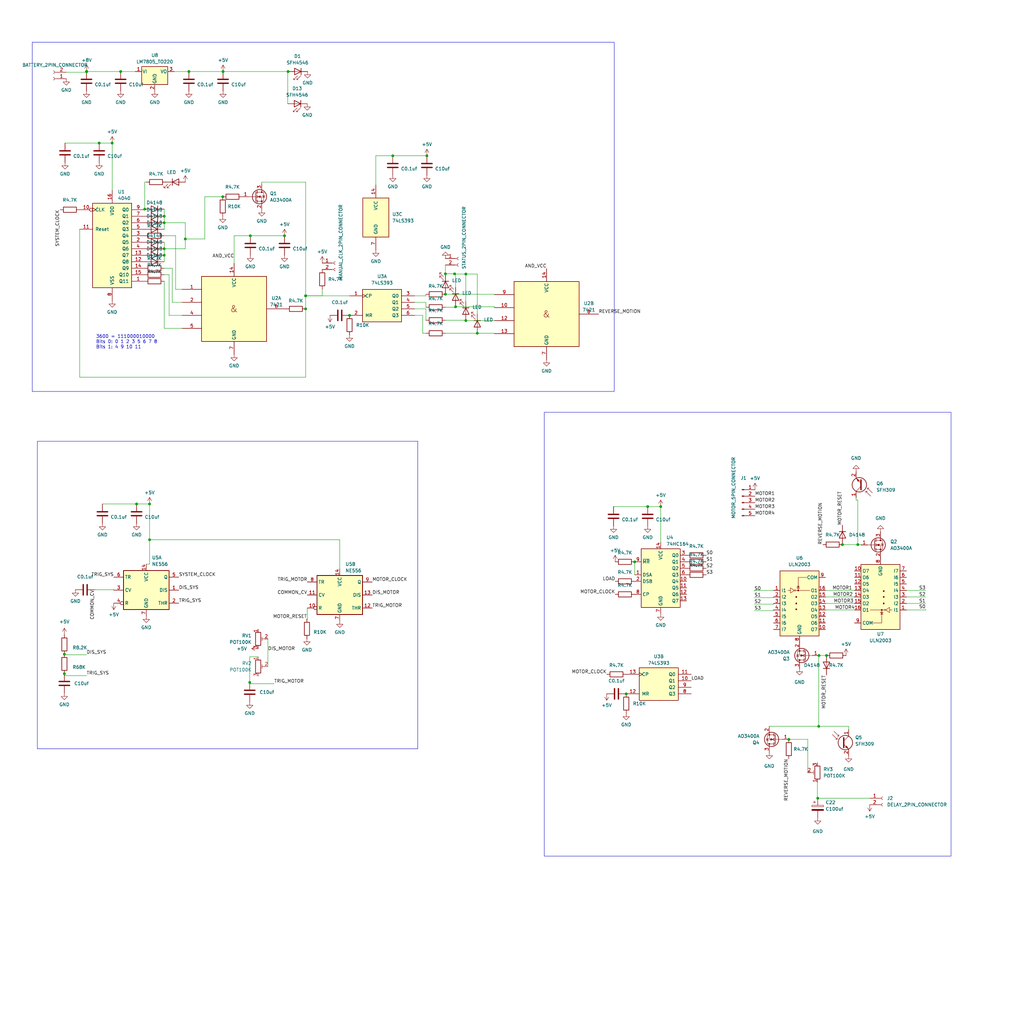
<source format=kicad_sch>
(kicad_sch (version 20230121) (generator eeschema)
  (paper "User" 399.999 399.999)
  (junction (at 173.99 114.935))
  (junction (at 335.0672 212.725))
  (junction (at 173.99 106.9606))
  (junction (at 97.79 92.075))
  (junction (at 322.834 256.032))
  (junction (at 97.5392 266.573))
  (junction (at 64.135 97.155))
  (junction (at 181.9536 107.0408))
  (junction (at 33.8702 27.94))
  (junction (at 38.735 55.88))
  (junction (at 112.522 27.94))
  (junction (at 73.787 27.94))
  (junction (at 87.122 27.94))
  (junction (at 33.782 27.94))
  (junction (at 64.135 86.995))
  (junction (at 252.984 197.866))
  (junction (at 25.146 255.524))
  (junction (at 25.146 263.144))
  (junction (at 43.815 55.88))
  (junction (at 119.38 120.65))
  (junction (at 308.112 288.8032))
  (junction (at 53.34 196.85))
  (junction (at 329.057 212.725))
  (junction (at 319.7879 283.718))
  (junction (at 47.117 27.94))
  (junction (at 153.416 60.833))
  (junction (at 64.135 84.455))
  (junction (at 319.913 256.032))
  (junction (at 166.751 60.833))
  (junction (at 58.42 196.85))
  (junction (at 119.38 115.57))
  (junction (at 244.602 271.018))
  (junction (at 56.515 81.6808))
  (junction (at 247.904 219.456))
  (junction (at 58.42 210.82))
  (junction (at 181.9536 125.222))
  (junction (at 319.4039 311.785))
  (junction (at 258.064 197.866))
  (junction (at 186.4326 130.175))
  (junction (at 119.38 115.5214))
  (junction (at 177.5526 106.9606))
  (junction (at 86.995 76.835))
  (junction (at 72.39 93.345))
  (junction (at 111.125 92.075))
  (junction (at 177.9458 119.8471))
  (junction (at 64.135 99.695))
  (junction (at 136.525 123.19))
  (wire (pts (xy 33.8702 27.94) (xy 47.117 27.94)))
  (wire (pts (xy 361.569 233.172) (xy 354.076 233.172)))
  (wire (pts (xy 125.857 115.5214) (xy 119.38 115.5214)))
  (wire (pts (xy 132.715 210.82) (xy 58.42 210.82)))
  (wire (pts (xy 73.787 27.94) (xy 87.122 27.94)))
  (wire (pts (xy 102.235 71.12) (xy 102.235 71.755)))
  (wire (pts (xy 193.167 130.175) (xy 193.167 130.302)))
  (wire (pts (xy 315.5457 288.8032) (xy 315.5457 301.752)))
  (wire (pts (xy 173.99 130.175) (xy 186.4326 130.175)))
  (wire (pts (xy 294.64 235.966) (xy 302.133 235.966)))
  (wire (pts (xy 31.115 147.32) (xy 31.115 89.535)))
  (wire (pts (xy 40.005 196.85) (xy 53.34 196.85)))
  (wire (pts (xy 58.42 220.345) (xy 57.15 220.345)))
  (wire (pts (xy 67.31 104.775) (xy 67.31 118.11)))
  (wire (pts (xy 361.569 230.632) (xy 354.076 230.632)))
  (wire (pts (xy 37.084 230.378) (xy 44.45 230.378)))
  (wire (pts (xy 166.37 115.57) (xy 166.37 114.935)))
  (wire (pts (xy 25.908 28.194) (xy 33.782 28.194)))
  (wire (pts (xy 335.0672 212.725) (xy 336.296 212.725)))
  (wire (pts (xy 43.815 55.88) (xy 43.815 74.295)))
  (wire (pts (xy 58.42 210.82) (xy 58.42 220.345)))
  (wire (pts (xy 64.135 107.315) (xy 66.04 107.315)))
  (wire (pts (xy 322.453 235.712) (xy 333.756 235.712)))
  (wire (pts (xy 247.904 224.536) (xy 247.904 219.456)))
  (wire (pts (xy 181.9536 117.7114) (xy 181.9536 107.0408)))
  (wire (pts (xy 322.453 238.252) (xy 333.756 238.252)))
  (wire (pts (xy 64.135 86.995) (xy 72.39 86.995)))
  (wire (pts (xy 181.9536 107.0408) (xy 186.4326 107.0408)))
  (wire (pts (xy 119.38 115.57) (xy 119.38 120.65)))
  (wire (pts (xy 132.715 222.25) (xy 132.715 210.82)))
  (wire (pts (xy 58.42 196.85) (xy 58.42 210.82)))
  (wire (pts (xy 68.58 92.075) (xy 68.58 113.03)))
  (wire (pts (xy 161.925 123.19) (xy 165.1 123.19)))
  (wire (pts (xy 44.45 230.378) (xy 44.45 230.505)))
  (wire (pts (xy 72.39 86.995) (xy 72.39 93.345)))
  (wire (pts (xy 166.37 120.65) (xy 166.37 125.095)))
  (wire (pts (xy 181.9536 125.095) (xy 181.9536 125.222)))
  (wire (pts (xy 119.38 71.12) (xy 119.38 115.5214)))
  (wire (pts (xy 119.38 120.65) (xy 119.38 147.32)))
  (wire (pts (xy 146.812 60.833) (xy 146.812 72.263)))
  (wire (pts (xy 33.782 255.778) (xy 25.146 255.778)))
  (wire (pts (xy 308.112 288.8032) (xy 315.5457 288.8032)))
  (wire (pts (xy 322.453 230.632) (xy 333.756 230.632)))
  (wire (pts (xy 66.04 107.315) (xy 66.04 123.19)))
  (wire (pts (xy 25.146 255.778) (xy 25.146 255.524)))
  (wire (pts (xy 56.515 81.6808) (xy 56.515 81.915)))
  (wire (pts (xy 33.782 27.94) (xy 33.8702 27.94)))
  (wire (pts (xy 165.1 123.19) (xy 165.1 130.175)))
  (wire (pts (xy 173.99 106.9606) (xy 177.5526 106.9606)))
  (wire (pts (xy 165.1 130.175) (xy 166.37 130.175)))
  (wire (pts (xy 68.58 113.03) (xy 71.12 113.03)))
  (wire (pts (xy 136.525 115.57) (xy 119.38 115.57)))
  (wire (pts (xy 181.9536 125.222) (xy 181.9536 125.3314)))
  (wire (pts (xy 125.857 112.903) (xy 125.857 115.5214)))
  (wire (pts (xy 112.522 27.559) (xy 112.522 27.94)))
  (wire (pts (xy 193.167 114.935) (xy 193.167 115.062)))
  (wire (pts (xy 294.64 233.426) (xy 302.133 233.426)))
  (wire (pts (xy 80.01 76.835) (xy 86.995 76.835)))
  (wire (pts (xy 319.913 256.032) (xy 322.834 256.032)))
  (wire (pts (xy 302.133 230.632) (xy 294.64 230.632)))
  (wire (pts (xy 173.99 106.9606) (xy 173.99 107.315)))
  (wire (pts (xy 319.278 305.562) (xy 319.278 311.785)))
  (wire (pts (xy 181.9536 107.0408) (xy 177.5526 107.0408)))
  (wire (pts (xy 336.296 212.725) (xy 336.296 212.852)))
  (wire (pts (xy 64.135 97.155) (xy 64.135 99.695)))
  (wire (pts (xy 104.648 249.555) (xy 104.648 260.35)))
  (wire (pts (xy 72.39 97.155) (xy 64.135 97.155)))
  (wire (pts (xy 300.482 283.718) (xy 319.7879 283.718)))
  (wire (pts (xy 97.79 92.075) (xy 111.125 92.075)))
  (wire (pts (xy 186.4326 130.175) (xy 193.167 130.175)))
  (wire (pts (xy 72.39 93.345) (xy 80.01 93.345)))
  (wire (pts (xy 120.015 237.49) (xy 120.015 241.808)))
  (wire (pts (xy 186.4326 130.175) (xy 186.4326 130.3015)))
  (wire (pts (xy 33.782 263.906) (xy 25.146 263.906)))
  (wire (pts (xy 25.4 55.88) (xy 38.735 55.88)))
  (wire (pts (xy 119.38 115.5214) (xy 119.38 115.57)))
  (wire (pts (xy 319.7879 256.032) (xy 319.7879 283.718)))
  (wire (pts (xy 64.135 104.775) (xy 67.31 104.775)))
  (wire (pts (xy 334.391 195.3293) (xy 334.391 194.437)))
  (wire (pts (xy 112.395 27.559) (xy 112.395 40.513)))
  (wire (pts (xy 97.79 92.075) (xy 91.44 92.075)))
  (wire (pts (xy 177.5526 107.0408) (xy 177.5526 106.9606)))
  (wire (pts (xy 302.133 233.426) (xy 302.133 233.172)))
  (wire (pts (xy 56.515 71.12) (xy 56.515 81.6808)))
  (wire (pts (xy 91.44 92.075) (xy 91.44 102.87)))
  (wire (pts (xy 339.725 311.785) (xy 319.4039 311.785)))
  (wire (pts (xy 302.133 238.506) (xy 302.133 238.252)))
  (wire (pts (xy 47.117 27.94) (xy 52.832 27.94)))
  (wire (pts (xy 64.135 92.075) (xy 68.58 92.075)))
  (wire (pts (xy 161.925 115.57) (xy 166.37 115.57)))
  (wire (pts (xy 102.235 71.12) (xy 119.38 71.12)))
  (wire (pts (xy 64.135 94.615) (xy 64.135 97.155)))
  (wire (pts (xy 173.99 125.095) (xy 181.9536 125.095)))
  (wire (pts (xy 319.913 256.032) (xy 319.7879 256.032)))
  (wire (pts (xy 87.122 27.94) (xy 112.522 27.94)))
  (wire (pts (xy 252.984 197.866) (xy 258.064 197.866)))
  (wire (pts (xy 177.9458 120.015) (xy 177.9458 119.8471)))
  (wire (pts (xy 258.064 197.866) (xy 258.064 211.836)))
  (wire (pts (xy 25.146 263.906) (xy 25.146 263.144)))
  (wire (pts (xy 161.925 118.11) (xy 166.37 118.11)))
  (wire (pts (xy 331.47 283.718) (xy 331.47 284.988)))
  (wire (pts (xy 322.453 233.172) (xy 333.756 233.172)))
  (wire (pts (xy 57.15 71.12) (xy 56.515 71.12)))
  (wire (pts (xy 173.99 114.935) (xy 193.167 114.935)))
  (wire (pts (xy 319.7879 283.718) (xy 331.47 283.718)))
  (wire (pts (xy 64.135 99.695) (xy 64.135 102.235)))
  (wire (pts (xy 153.416 60.833) (xy 166.751 60.833)))
  (wire (pts (xy 97.5392 267.081) (xy 97.5392 266.573)))
  (wire (pts (xy 177.9458 119.8471) (xy 193.167 119.8471)))
  (wire (pts (xy 315.5457 301.752) (xy 315.468 301.752)))
  (wire (pts (xy 361.569 235.712) (xy 354.076 235.712)))
  (wire (pts (xy 64.135 109.855) (xy 64.135 128.27)))
  (wire (pts (xy 173.99 120.015) (xy 177.9458 120.015)))
  (wire (pts (xy 302.133 235.966) (xy 302.133 235.712)))
  (wire (pts (xy 294.64 238.506) (xy 302.133 238.506)))
  (wire (pts (xy 186.4326 122.6815) (xy 186.4326 107.0408)))
  (wire (pts (xy 53.34 196.85) (xy 58.42 196.85)))
  (wire (pts (xy 166.37 118.11) (xy 166.37 120.015)))
  (wire (pts (xy 177.5526 106.9606) (xy 177.9458 106.9606)))
  (wire (pts (xy 112.395 27.559) (xy 112.522 27.559)))
  (wire (pts (xy 294.64 230.632) (xy 294.64 230.886)))
  (wire (pts (xy 68.072 27.94) (xy 73.787 27.94)))
  (wire (pts (xy 319.4039 311.785) (xy 319.278 311.785)))
  (wire (pts (xy 146.812 60.833) (xy 153.416 60.833)))
  (wire (pts (xy 33.782 28.194) (xy 33.782 27.94)))
  (wire (pts (xy 177.9458 106.9606) (xy 177.9458 112.2271)))
  (wire (pts (xy 64.135 84.455) (xy 64.135 86.995)))
  (wire (pts (xy 64.135 86.995) (xy 64.135 89.535)))
  (wire (pts (xy 80.01 76.835) (xy 80.01 93.345)))
  (wire (pts (xy 361.569 238.252) (xy 361.569 237.998)))
  (wire (pts (xy 329.057 212.725) (xy 335.0672 212.725)))
  (wire (pts (xy 239.649 197.866) (xy 252.984 197.866)))
  (wire (pts (xy 161.925 120.65) (xy 166.37 120.65)))
  (wire (pts (xy 181.9536 125.222) (xy 193.167 125.222)))
  (wire (pts (xy 97.5392 256.54) (xy 97.5392 266.573)))
  (wire (pts (xy 107.061 267.081) (xy 97.5392 267.081)))
  (wire (pts (xy 38.735 55.88) (xy 43.815 55.88)))
  (wire (pts (xy 67.31 118.11) (xy 71.12 118.11)))
  (wire (pts (xy 72.39 93.345) (xy 72.39 97.155)))
  (wire (pts (xy 120.015 241.808) (xy 119.888 241.808)))
  (wire (pts (xy 193.167 119.8471) (xy 193.167 120.142)))
  (wire (pts (xy 64.135 128.27) (xy 71.12 128.27)))
  (wire (pts (xy 335.0672 212.725) (xy 335.0672 195.3293)))
  (wire (pts (xy 354.076 238.252) (xy 361.569 238.252)))
  (wire (pts (xy 119.38 147.32) (xy 31.115 147.32)))
  (wire (pts (xy 64.135 81.6808) (xy 64.135 84.455)))
  (wire (pts (xy 66.04 123.19) (xy 71.12 123.19)))
  (wire (pts (xy 173.99 103.505) (xy 173.99 106.9606)))
  (wire (pts (xy 97.5392 256.54) (xy 100.838 256.54)))
  (wire (pts (xy 335.0672 195.3293) (xy 334.391 195.3293)))
  (rectangle (start 14.605 172.339) (end 163.195 292.481))
  (rectangle (start 12.573 16.51) (end 239.903 152.908))
  (rectangle (start 212.598 161.036) (end 371.475 334.391))
  (text "3600 = 111000010000\nBits 0: 0 1 2 3 5 6 7 8\nBits 1: 4 9 10 11" (at 37.465 136.398 0) (effects (font (size 1.27 1.27)) (justify left bottom)))
  (label "S0" (at 294.64 230.886 0))
  (label "S0" (at 361.569 237.998 180))
  (label "MOTOR2" (at 325.374 233.172 0))
  (label "TRIG_SYS" (at 44.45 225.425 180))
  (label "S3" (at 275.844 224.536 0))
  (label "S1" (at 361.569 235.712 180))
  (label "MOTOR1" (at 325.12 230.632 0))
  (label "COMMON_CV" (at 37.084 230.378 270))
  (label "MOTOR4" (at 294.894 201.422 0))
  (label "REVERSE_MOTION" (at 321.437 212.725 90))
  (label "LOAD" (at 270.002 265.938 0))
  (label "AND_VCC" (at 91.44 100.965 180))
  (label "TRIG_SYS" (at 69.85 235.585 0))
  (label "MOTOR_CLOCK" (at 236.982 263.398 180))
  (label "S0" (at 275.844 216.916 0))
  (label "MOTOR3" (at 294.894 198.882 0))
  (label "SYSTEM_CLOCK" (at 23.495 81.915 270))
  (label "MOTOR1" (at 294.894 193.802 0))
  (label "TRIG_SYS" (at 33.782 263.906 0))
  (label "S1" (at 294.64 233.426 0))
  (label "DIS_MOTOR" (at 145.415 232.41 0))
  (label "S1" (at 275.844 219.456 0))
  (label "TRIG_MOTOR" (at 107.061 267.081 0))
  (label "MOTOR4" (at 326.136 238.252 0))
  (label "DIS_SYS" (at 33.782 255.778 0))
  (label "COMMON_CV" (at 120.015 232.41 180))
  (label "AND_VCC" (at 213.487 104.902 180))
  (label "TRIG_MOTOR" (at 120.015 227.33 180))
  (label "LOAD" (at 240.284 227.076 180))
  (label "MOTOR_RESET" (at 329.057 205.105 90))
  (label "S2" (at 361.569 233.172 180))
  (label "MOTOR3" (at 325.628 235.712 0))
  (label "S3" (at 361.569 230.632 180))
  (label "MOTOR_RESET" (at 119.888 241.808 180))
  (label "REVERSE_MOTION" (at 233.807 122.682 0))
  (label "S2" (at 275.844 221.996 0))
  (label "DIS_MOTOR" (at 104.648 254.3593 0))
  (label "DIS_SYS" (at 69.85 230.505 0))
  (label "S2" (at 294.64 235.966 0))
  (label "MOTOR_CLOCK" (at 145.415 227.33 0))
  (label "MOTOR_CLOCK" (at 240.284 232.156 180))
  (label "MOTOR_RESET" (at 322.834 263.652 270))
  (label "REVERSE_MOTION" (at 308.112 296.4232 270))
  (label "SYSTEM_CLOCK" (at 69.85 225.425 0))
  (label "MOTOR2" (at 294.894 196.342 0))
  (label "TRIG_MOTOR" (at 145.415 237.49 0))
  (label "S3" (at 294.64 238.506 0))
  (symbol (lib_id "power:GND") (at 29.464 230.378 0) (unit 1)
    (property "Reference" "#PWR027" (effects hide))
    (property "Value" "GND" (at 29.464 234.8004 0))
  )
  (symbol (lib_id "power:+5V") (at 111.125 92.075 0) (unit 1)
    (property "Reference" "#PWR018" (effects hide))
    (property "Value" "+5V" (at 111.125 87.63 0))
  )
  (symbol (lib_id "power:+5V") (at 58.42 196.85 0) (unit 1)
    (property "Reference" "#PWR024" (effects hide))
    (property "Value" "+5V" (at 58.42 192.405 0))
  )
  (symbol (lib_id "Device:C") (at 40.005 200.66 0) (unit 1)
    (property "Reference" "C12" (effects hide))
    (property "Value" "C0.1uf" (at 43.18 201.93 0) (effects (justify left)))
    (property "Footprint" "Capacitor_SMD:C_1210_3225Metric_Pad1.33x2.70mm_HandSolder" (effects hide))
  )
  (symbol (lib_id "power:GND") (at 120.142 27.94 0) (unit 1)
    (property "Reference" "#PWR057" (effects hide))
    (property "Value" "GND" (at 120.142 32.3624 0))
  )
  (symbol (lib_id "Device:R") (at 272.034 221.996 270) (unit 1)
    (property "Reference" "R24" (effects hide))
    (property "Value" "R4.7K" (at 272.034 219.202 90))
    (property "Footprint" "Resistor_SMD:R_1210_3225Metric" (effects hide))
  )
  (symbol (lib_id "Device:R") (at 60.325 104.775 270) (unit 1)
    (property "Reference" "R7" (effects hide))
    (property "Value" "R4.7K" (at 60.325 100.965 90))
    (property "Footprint" "Resistor_SMD:R_1210_3225Metric" (effects hide))
  )
  (symbol (lib_id "4xxx:4040") (at 43.815 94.615 0) (unit 1)
    (property "Reference" "U1" (at 46.0091 74.93 0) (effects (justify left)))
    (property "Value" "4040" (at 46.0091 77.47 0) (effects (justify left)))
    (property "Footprint" "Package_DIP:DIP-16_W7.62mm" (effects hide))
    (property "Datasheet" "http://www.intersil.com/content/dam/Intersil/documents/cd40/cd4020bms-24bms-40bms.pdf" (effects hide))
  )
  (symbol (lib_id "power:GND") (at 153.416 68.453 0) (unit 1)
    (property "Reference" "#PWR052" (effects hide))
    (property "Value" "GND" (at 153.416 72.8754 0))
  )
  (symbol (lib_id "Device:LED") (at 186.4326 126.4915 270) (unit 1)
    (property "Reference" "D17" (effects hide))
    (property "Value" "LED" (at 188.9726 124.904 90) (effects (justify left)))
    (property "Footprint" "LED_SMD:LED_1210_3225Metric" (effects hide))
  )
  (symbol (lib_id "Device:R") (at 244.094 232.156 90) (unit 1)
    (property "Reference" "R21" (effects hide))
    (property "Value" "R4.7K" (at 244.094 228.6 90))
    (property "Footprint" "Resistor_SMD:R_1210_3225Metric" (effects hide))
  )
  (symbol (lib_id "Device:R") (at 170.18 125.095 90) (unit 1)
    (property "Reference" "R16" (effects hide))
    (property "Value" "R4.7K" (at 170.18 121.285 90))
    (property "Footprint" "Resistor_SMD:R_1210_3225Metric" (effects hide))
  )
  (symbol (lib_id "74xx:74HC164") (at 258.064 224.536 0) (unit 1)
    (property "Reference" "U4" (at 260.2581 209.931 0) (effects (justify left)))
    (property "Value" "74HC164" (at 260.2581 212.471 0) (effects (justify left)))
    (property "Footprint" "Package_DIP:DIP-14_W7.62mm_Socket" (effects hide))
    (property "Datasheet" "https://assets.nexperia.com/documents/data-sheet/74HC_HCT164.pdf" (effects hide))
  )
  (symbol (lib_id "power:GND") (at 173.99 100.965 180) (unit 1)
    (property "Reference" "#PWR059" (effects hide))
    (property "Value" "GND" (at 173.99 96.5426 0))
  )
  (symbol (lib_id "Device:R") (at 170.18 120.015 270) (unit 1)
    (property "Reference" "R15" (effects hide))
    (property "Value" "R4.7K" (at 170.18 116.6313 90))
    (property "Footprint" "Resistor_SMD:R_1210_3225Metric" (effects hide))
  )
  (symbol (lib_id "Device:C") (at 97.5392 270.383 180) (unit 1)
    (property "Reference" "C16" (effects hide))
    (property "Value" "C10uf" (at 101.3492 270.383 0) (effects (justify right)))
    (property "Footprint" "Capacitor_SMD:C_1210_3225Metric_Pad1.33x2.70mm_HandSolder" (effects hide))
  )
  (symbol (lib_id "Device:C") (at 239.649 201.676 0) (unit 1)
    (property "Reference" "C18" (effects hide))
    (property "Value" "C0.1uf" (at 242.824 202.946 0) (effects (justify left)))
    (property "Footprint" "Capacitor_SMD:C_1210_3225Metric_Pad1.33x2.70mm_HandSolder" (effects hide))
  )
  (symbol (lib_id "Device:C") (at 25.4 59.69 0) (unit 1)
    (property "Reference" "C7" (effects hide))
    (property "Value" "C0.1uf" (at 28.575 60.96 0) (effects (justify left)))
    (property "Footprint" "Capacitor_SMD:C_1210_3225Metric_Pad1.33x2.70mm_HandSolder" (effects hide))
  )
  (symbol (lib_id "power:GND") (at 213.487 140.462 0) (unit 1)
    (property "Reference" "#PWR021" (effects hide))
    (property "Value" "GND" (at 213.487 144.8844 0))
  )
  (symbol (lib_id "power:GND") (at 38.735 63.5 0) (unit 1)
    (property "Reference" "#PWR07" (effects hide))
    (property "Value" "GND" (at 38.735 67.9224 0))
  )
  (symbol (lib_id "power:GND") (at 132.715 242.57 0) (unit 1)
    (property "Reference" "#PWR030" (effects hide))
    (property "Value" "GND" (at 132.715 246.9924 0))
  )
  (symbol (lib_id "Device:C") (at 111.125 95.885 0) (unit 1)
    (property "Reference" "C10" (effects hide))
    (property "Value" "C10uf" (at 114.3 97.155 0) (effects (justify left)))
    (property "Footprint" "Capacitor_SMD:C_1210_3225Metric_Pad1.33x2.70mm_HandSolder" (effects hide))
  )
  (symbol (lib_id "power:+5V") (at 44.45 235.585 180) (unit 1)
    (property "Reference" "#PWR025" (effects hide))
    (property "Value" "+5V" (at 44.45 240.03 0))
  )
  (symbol (lib_id "Transistor_FET:AO3400A") (at 303.032 288.8032 180) (unit 1)
    (property "Reference" "Q4" (at 296.682 290.0732 0) (effects (justify left)))
    (property "Value" "AO3400A" (at 296.682 287.5332 0) (effects (justify left)))
    (property "Footprint" "Package_TO_SOT_SMD:SOT-23" (effects hide))
    (property "Datasheet" "http://www.aosmd.com/pdfs/datasheet/AO3400A.pdf" (effects hide))
  )
  (symbol (lib_id "power:GND") (at 334.391 184.277 180) (unit 1)
    (property "Reference" "#PWR050" (effects hide))
    (property "Value" "GND" (at 334.391 178.943 0))
  )
  (symbol (lib_id "Device:R") (at 60.325 109.855 270) (unit 1)
    (property "Reference" "R9" (effects hide))
    (property "Value" "R4.7K" (at 60.325 106.045 90))
    (property "Footprint" "Resistor_SMD:R_1210_3225Metric" (effects hide))
  )
  (symbol (lib_id "Device:R") (at 272.034 219.456 270) (unit 1)
    (property "Reference" "R23" (effects hide))
    (property "Value" "R4.7K" (at 272.034 216.662 90))
    (property "Footprint" "Resistor_SMD:R_1210_3225Metric" (effects hide))
  )
  (symbol (lib_id "power:GND") (at 91.44 138.43 0) (unit 1)
    (property "Reference" "#PWR012" (effects hide))
    (property "Value" "GND" (at 91.44 142.8524 0))
  )
  (symbol (lib_id "Device:LED") (at 177.9458 116.0371 270) (unit 1)
    (property "Reference" "D15" (effects hide))
    (property "Value" "LED" (at 180.4858 114.4496 90) (effects (justify left)))
    (property "Footprint" "LED_SMD:LED_1210_3225Metric" (effects hide))
  )
  (symbol (lib_id "Device:C") (at 240.792 271.018 90) (unit 1)
    (property "Reference" "C20" (effects hide))
    (property "Value" "C0.1uf" (at 240.792 265.938 90))
    (property "Footprint" "Capacitor_SMD:C_1210_3225Metric_Pad1.33x2.70mm_HandSolder" (effects hide))
  )
  (symbol (lib_id "Device:R") (at 25.146 259.334 0) (unit 1)
    (property "Reference" "R19" (effects hide))
    (property "Value" "R68K" (at 28.321 260.604 0) (effects (justify left)))
    (property "Footprint" "Resistor_SMD:R_1210_3225Metric" (effects hide))
  )
  (symbol (lib_id "power:GND") (at 60.452 35.56 0) (unit 1)
    (property "Reference" "#PWR01" (effects hide))
    (property "Value" "GND" (at 60.452 39.9824 0))
  )
  (symbol (lib_id "power:+5V") (at 236.982 271.018 180) (unit 1)
    (property "Reference" "#PWR039" (effects hide))
    (property "Value" "+5V" (at 236.982 275.463 0))
  )
  (symbol (lib_id "power:GND") (at 258.064 239.776 0) (unit 1)
    (property "Reference" "#PWR037" (effects hide))
    (property "Value" "GND" (at 258.064 244.1984 0))
  )
  (symbol (lib_id "Device:LED") (at 181.9536 121.5214 270) (unit 1)
    (property "Reference" "D16" (effects hide))
    (property "Value" "LED" (at 184.4936 119.9339 90) (effects (justify left)))
    (property "Footprint" "LED_SMD:LED_1210_3225Metric" (effects hide))
  )
  (symbol (lib_id "power:+8V") (at 33.8702 27.94 0) (unit 1)
    (property "Reference" "#PWR015" (effects hide))
    (property "Value" "+8V" (at 33.8702 23.5268 0))
  )
  (symbol (lib_id "Connector:Conn_01x05_Pin") (at 289.814 196.342 0) (unit 1)
    (property "Reference" "J1" (at 290.449 186.69 0))
    (property "Value" "MOTOR_5PIN_CONNECTOR" (at 286.512 190.5 90))
    (property "Footprint" "Connector_PinSocket_1.27mm:PinSocket_1x05_P1.27mm_Vertical" (effects hide))
  )
  (symbol (lib_id "Device:R") (at 244.094 227.076 90) (unit 1)
    (property "Reference" "R28" (effects hide))
    (property "Value" "R4.7K" (at 244.094 223.52 90))
    (property "Footprint" "Resistor_SMD:R_1210_3225Metric" (effects hide))
  )
  (symbol (lib_id "Device:C") (at 25.146 266.954 180) (unit 1)
    (property "Reference" "C15" (effects hide))
    (property "Value" "C10uf" (at 28.956 266.954 0) (effects (justify right)))
    (property "Footprint" "Capacitor_SMD:C_1210_3225Metric_Pad1.33x2.70mm_HandSolder" (effects hide))
  )
  (symbol (lib_id "Connector:Conn_01x02_Socket") (at 20.828 30.734 180) (unit 1)
    (property "Reference" "J3" (effects hide))
    (property "Value" "BATTERY_2PIN_CONNECTOR" (at 21.463 25.4 0))
    (property "Footprint" "Connector_PinSocket_2.54mm:PinSocket_1x02_P2.54mm_Vertical" (effects hide))
  )
  (symbol (lib_id "power:+5V") (at 258.064 197.866 0) (unit 1)
    (property "Reference" "#PWR036" (effects hide))
    (property "Value" "+5V" (at 258.064 193.421 0))
  )
  (symbol (lib_id "Device:R") (at 170.18 130.175 90) (unit 1)
    (property "Reference" "R17" (effects hide))
    (property "Value" "R4.7K" (at 170.18 126.365 90))
    (property "Footprint" "Resistor_SMD:R_1210_3225Metric" (effects hide))
  )
  (symbol (lib_id "74xx_IEEE:7421") (at 213.487 122.682 0) (unit 2)
    (property "Reference" "U2" (at 229.997 118.4911 0))
    (property "Value" "7421" (at 229.997 121.0311 0))
    (property "Footprint" "Package_DIP:DIP-14_W7.62mm_Socket" (effects hide))
  )
  (symbol (lib_id "Device:R") (at 25.146 251.714 0) (unit 1)
    (property "Reference" "R18" (effects hide))
    (property "Value" "R8.2K" (at 28.321 252.984 0) (effects (justify left)))
    (property "Footprint" "Resistor_SMD:R_1210_3225Metric" (effects hide))
  )
  (symbol (lib_id "power:+5V") (at 294.894 191.262 0) (unit 1)
    (property "Reference" "#PWR042" (effects hide))
    (property "Value" "+5V" (at 294.894 186.817 0))
  )
  (symbol (lib_id "Device:R") (at 115.57 120.65 90) (unit 1)
    (property "Reference" "R3" (effects hide))
    (property "Value" "R4.7K" (at 115.57 117.475 90))
    (property "Footprint" "Resistor_SMD:R_1210_3225Metric" (effects hide))
  )
  (symbol (lib_id "power:GND") (at 102.235 81.915 0) (unit 1)
    (property "Reference" "#PWR011" (effects hide))
    (property "Value" "GND" (at 102.235 86.3374 0))
  )
  (symbol (lib_id "power:GND") (at 120.015 40.513 0) (unit 1)
    (property "Reference" "#PWR056" (effects hide))
    (property "Value" "GND" (at 120.015 44.9354 0))
  )
  (symbol (lib_id "Timer:NE556") (at 57.15 230.505 0) (unit 1)
    (property "Reference" "U5" (at 59.3441 217.805 0) (effects (justify left)))
    (property "Value" "NE556" (at 59.3441 220.345 0) (effects (justify left)))
    (property "Footprint" "Package_DIP:DIP-14_W7.62mm_Socket" (effects hide))
    (property "Datasheet" "http://www.ti.com/lit/ds/symlink/ne556.pdf" (effects hide))
  )
  (symbol (lib_id "Transistor_Array:ULN2003") (at 312.293 235.712 0) (unit 1)
    (property "Reference" "U6" (at 312.293 217.932 0))
    (property "Value" "ULN2003" (at 312.293 220.472 0))
    (property "Footprint" "Package_DIP:DIP-16_W7.62mm_Socket" (effects hide))
    (property "Datasheet" "http://www.ti.com/lit/ds/symlink/uln2003a.pdf" (effects hide))
  )
  (symbol (lib_id "Device:R") (at 272.034 224.536 90) (unit 1)
    (property "Reference" "R25" (effects hide))
    (property "Value" "R4.7K" (at 272.034 220.726 90))
    (property "Footprint" "Resistor_SMD:R_1210_3225Metric" (effects hide))
  )
  (symbol (lib_id "Device:C") (at 38.735 59.69 0) (unit 1)
    (property "Reference" "C8" (effects hide))
    (property "Value" "C10uf" (at 41.91 60.96 0) (effects (justify left)))
    (property "Footprint" "Capacitor_SMD:C_1210_3225Metric_Pad1.33x2.70mm_HandSolder" (effects hide))
  )
  (symbol (lib_id "LED:SFH4546") (at 114.935 40.513 180) (unit 1)
    (property "Reference" "D13" (at 116.078 34.544 0))
    (property "Value" "SFH4546" (at 116.078 37.084 0))
    (property "Footprint" "LED_THT:LED_D5.0mm_IRGrey" (effects hide))
    (property "Datasheet" "http://www.osram-os.com/Graphics/XPic1/00101982_0.pdf" (effects hide))
  )
  (symbol (lib_id "power:+5V") (at 72.39 71.12 0) (unit 1)
    (property "Reference" "#PWR09" (effects hide))
    (property "Value" "+5V" (at 72.39 66.675 0))
  )
  (symbol (lib_id "power:+5V") (at 166.751 60.833 0) (unit 1)
    (property "Reference" "#PWR053" (effects hide))
    (property "Value" "+5V" (at 166.751 56.388 0))
  )
  (symbol (lib_id "Sensor_Optical:SFH309") (at 336.931 189.357 180) (unit 1)
    (property "Reference" "Q6" (at 342.265 188.8363 0) (effects (justify right)))
    (property "Value" "SFH309" (at 342.265 191.3763 0) (effects (justify right)))
    (property "Footprint" "LED_THT:LED_D3.0mm_Clear" (effects hide))
    (property "Datasheet" "http://www.osram-os.com/Graphics/XPic2/00101811_0.pdf/SFH%20309,%20SFH%20309%20FA,%20Lead%20(Pb)%20Free%20Product%20-%20RoHS%20Compliant.pdf" (effects hide))
  )
  (symbol (lib_id "power:+5V") (at 339.725 314.325 180) (unit 1)
    (property "Reference" "#PWR048" (effects hide))
    (property "Value" "+5V" (at 339.725 318.897 0))
  )
  (symbol (lib_id "Device:C") (at 53.34 200.66 0) (unit 1)
    (property "Reference" "C13" (effects hide))
    (property "Value" "C10uf" (at 56.515 201.93 0) (effects (justify left)))
    (property "Footprint" "Capacitor_SMD:C_1210_3225Metric_Pad1.33x2.70mm_HandSolder" (effects hide))
  )
  (symbol (lib_id "Device:C") (at 97.79 95.885 0) (unit 1)
    (property "Reference" "C9" (effects hide))
    (property "Value" "C0.1uf" (at 100.965 97.155 0) (effects (justify left)))
    (property "Footprint" "Capacitor_SMD:C_1210_3225Metric_Pad1.33x2.70mm_HandSolder" (effects hide))
  )
  (symbol (lib_id "Device:R") (at 60.325 92.075 270) (unit 1)
    (property "Reference" "R10" (effects hide))
    (property "Value" "R4.7K" (at 60.325 88.265 90))
    (property "Footprint" "Resistor_SMD:R_1210_3225Metric" (effects hide))
  )
  (symbol (lib_id "power:GND") (at 343.916 207.772 180) (unit 1)
    (property "Reference" "#PWR041" (effects hide))
    (property "Value" "GND" (at 343.916 202.438 0))
  )
  (symbol (lib_id "Sensor_Optical:SFH309") (at 328.93 290.068 0) (unit 1)
    (property "Reference" "Q5" (at 334.01 288.0487 0) (effects (justify left)))
    (property "Value" "SFH309" (at 334.01 290.5887 0) (effects (justify left)))
    (property "Footprint" "LED_THT:LED_D3.0mm_Clear" (effects hide))
    (property "Datasheet" "http://www.osram-os.com/Graphics/XPic2/00101811_0.pdf/SFH%20309,%20SFH%20309%20FA,%20Lead%20(Pb)%20Free%20Product%20-%20RoHS%20Compliant.pdf" (effects hide))
  )
  (symbol (lib_id "power:GND") (at 87.122 35.56 0) (unit 1)
    (property "Reference" "#PWR05" (effects hide))
    (property "Value" "GND" (at 87.122 39.9824 0))
  )
  (symbol (lib_id "Device:R") (at 90.805 76.835 270) (unit 1)
    (property "Reference" "R12" (effects hide))
    (property "Value" "R4.7K" (at 90.805 73.025 90))
    (property "Footprint" "Resistor_SMD:R_1210_3225Metric" (effects hide))
  )
  (symbol (lib_id "Device:R") (at 136.525 127 0) (unit 1)
    (property "Reference" "R13" (effects hide))
    (property "Value" "R10K" (at 139.065 127 0) (effects (justify left)))
    (property "Footprint" "Resistor_SMD:R_1210_3225Metric" (effects hide))
  )
  (symbol (lib_id "power:GND") (at 111.125 99.695 0) (unit 1)
    (property "Reference" "#PWR014" (effects hide))
    (property "Value" "GND" (at 111.125 104.1174 0))
  )
  (symbol (lib_id "Device:C") (at 87.122 31.75 0) (unit 1)
    (property "Reference" "C6" (effects hide))
    (property "Value" "C10uf" (at 90.297 33.02 0) (effects (justify left)))
    (property "Footprint" "Capacitor_SMD:C_1210_3225Metric_Pad1.33x2.70mm_HandSolder" (effects hide))
  )
  (symbol (lib_id "Device:R") (at 170.18 114.935 90) (unit 1)
    (property "Reference" "R14" (effects hide))
    (property "Value" "R4.7K" (at 170.18 111.76 90))
    (property "Footprint" "Resistor_SMD:R_1210_3225Metric" (effects hide))
  )
  (symbol (lib_id "74xx:74LS393") (at 149.225 118.11 0) (unit 1)
    (property "Reference" "U3" (at 149.225 107.95 0))
    (property "Value" "74LS393" (at 149.225 110.49 0))
    (property "Footprint" "Package_DIP:DIP-14_W7.62mm_Socket" (effects hide))
    (property "Datasheet" "74xx\\74LS393.pdf" (effects hide))
  )
  (symbol (lib_id "Device:R") (at 60.96 71.12 90) (unit 1)
    (property "Reference" "R5" (effects hide))
    (property "Value" "R4.7K" (at 60.96 67.945 90))
    (property "Footprint" "Resistor_SMD:R_1210_3225Metric" (effects hide))
  )
  (symbol (lib_id "power:GND") (at 239.649 205.486 0) (unit 1)
    (property "Reference" "#PWR034" (effects hide))
    (property "Value" "GND" (at 239.649 209.9084 0))
  )
  (symbol (lib_id "power:+5V") (at 125.857 102.743 0) (unit 1)
    (property "Reference" "#PWR058" (effects hide))
    (property "Value" "+5V" (at 125.857 98.298 0))
  )
  (symbol (lib_id "Device:R") (at 308.112 292.6132 0) (unit 1)
    (property "Reference" "R32" (effects hide))
    (property "Value" "R4.7K" (at 309.9255 292.6132 0) (effects (justify left)))
    (property "Footprint" "Resistor_SMD:R_1210_3225Metric" (effects hide))
  )
  (symbol (lib_id "Device:R") (at 119.888 245.618 0) (unit 1)
    (property "Reference" "R30" (effects hide))
    (property "Value" "R10K" (at 122.428 246.888 0) (effects (justify left)))
    (property "Footprint" "Resistor_SMD:R_1210_3225Metric" (effects hide))
  )
  (symbol (lib_id "power:GND") (at 33.782 35.56 0) (unit 1)
    (property "Reference" "#PWR03" (effects hide))
    (property "Value" "GND" (at 33.782 39.9824 0))
  )
  (symbol (lib_id "power:GND") (at 136.525 130.81 0) (unit 1)
    (property "Reference" "#PWR020" (effects hide))
    (property "Value" "GND" (at 136.525 135.2324 0))
  )
  (symbol (lib_id "Device:R") (at 125.857 109.093 180) (unit 1)
    (property "Reference" "R1" (effects hide))
    (property "Value" "R4.7K" (at 128.143 109.093 0) (effects (justify right)))
    (property "Footprint" "Resistor_SMD:R_1210_3225Metric" (effects hide))
  )
  (symbol (lib_id "74xx:74LS393") (at 257.302 265.938 0) (unit 2)
    (property "Reference" "U3" (at 257.302 256.413 0))
    (property "Value" "74LS393" (at 257.302 258.953 0))
    (property "Footprint" "Package_DIP:DIP-14_W7.62mm_Socket" (effects hide))
    (property "Datasheet" "74xx\\74LS393.pdf" (effects hide))
  )
  (symbol (lib_id "LED:SFH4546") (at 115.062 27.94 180) (unit 1)
    (property "Reference" "D1" (at 116.205 21.971 0))
    (property "Value" "SFH4546" (at 116.205 24.511 0))
    (property "Footprint" "LED_THT:LED_D5.0mm_IRGrey" (effects hide))
    (property "Datasheet" "http://www.osram-os.com/Graphics/XPic1/00101982_0.pdf" (effects hide))
  )
  (symbol (lib_id "Device:R") (at 326.644 256.032 270) (unit 1)
    (property "Reference" "R31" (effects hide))
    (property "Value" "R4.7K" (at 326.644 259.842 90))
    (property "Footprint" "Resistor_SMD:R_1210_3225Metric" (effects hide))
  )
  (symbol (lib_id "power:GND") (at 119.888 249.428 0) (unit 1)
    (property "Reference" "#PWR044" (effects hide))
    (property "Value" "GND" (at 119.888 253.8504 0))
  )
  (symbol (lib_id "Device:D") (at 60.325 99.695 180) (unit 1)
    (property "Reference" "D9" (effects hide))
    (property "Value" "D4148" (at 60.325 97.155 0))
    (property "Footprint" "Diode_SMD:D_1210_3225Metric" (effects hide))
    (property "Sim.Device" "D" (effects hide))
    (property "Sim.Pins" "1=K 2=A" (effects hide))
  )
  (symbol (lib_id "Timer:NE556") (at 132.715 232.41 0) (unit 2)
    (property "Reference" "U5" (at 134.9091 220.345 0) (effects (justify left)))
    (property "Value" "NE556" (at 134.9091 222.885 0) (effects (justify left)))
    (property "Footprint" "Package_DIP:DIP-14_W7.62mm_Socket" (effects hide))
    (property "Datasheet" "http://www.ti.com/lit/ds/symlink/ne556.pdf" (effects hide))
  )
  (symbol (lib_id "Connector:Conn_01x02_Socket") (at 179.07 100.965 0) (unit 1)
    (property "Reference" "J4" (effects hide))
    (property "Value" "STATUS_2PIN_CONNECTOR" (at 181.229 92.837 90))
    (property "Footprint" "Connector_PinSocket_2.54mm:PinSocket_1x02_P2.54mm_Vertical" (effects hide))
  )
  (symbol (lib_id "Device:C") (at 132.715 123.19 90) (unit 1)
    (property "Reference" "C11" (effects hide))
    (property "Value" "C0.1uf" (at 132.715 118.11 90))
    (property "Footprint" "Capacitor_SMD:C_1210_3225Metric_Pad1.33x2.70mm_HandSolder" (effects hide))
  )
  (symbol (lib_id "power:+5V") (at 330.454 256.032 0) (unit 1)
    (property "Reference" "#PWR045" (effects hide))
    (property "Value" "+5V" (at 330.454 251.587 0))
  )
  (symbol (lib_id "Device:C") (at 153.416 64.643 0) (unit 1)
    (property "Reference" "C21" (effects hide))
    (property "Value" "C0.1uf" (at 156.591 65.913 0) (effects (justify left)))
    (property "Footprint" "Capacitor_SMD:C_1210_3225Metric_Pad1.33x2.70mm_HandSolder" (effects hide))
  )
  (symbol (lib_id "power:+5V") (at 240.284 219.456 0) (unit 1)
    (property "Reference" "#PWR038" (effects hide))
    (property "Value" "+5V" (at 240.284 215.011 0))
  )
  (symbol (lib_id "Device:D") (at 60.325 81.6808 180) (unit 1)
    (property "Reference" "D3" (effects hide))
    (property "Value" "D4148" (at 60.325 79.1408 0))
    (property "Footprint" "Diode_SMD:D_1210_3225Metric" (effects hide))
    (property "Sim.Device" "D" (effects hide))
    (property "Sim.Pins" "1=K 2=A" (effects hide))
  )
  (symbol (lib_id "power:GND") (at 331.47 295.148 0) (unit 1)
    (property "Reference" "#PWR046" (effects hide))
    (property "Value" "GND" (at 331.47 300.482 0))
  )
  (symbol (lib_id "Device:R") (at 272.034 216.916 90) (unit 1)
    (property "Reference" "R22" (effects hide))
    (property "Value" "R4.7K" (at 272.034 213.36 90))
    (property "Footprint" "Resistor_SMD:R_1210_3225Metric" (effects hide))
  )
  (symbol (lib_id "Device:D") (at 60.325 89.535 180) (unit 1)
    (property "Reference" "D6" (effects hide))
    (property "Value" "D4148" (at 60.325 86.995 0))
    (property "Footprint" "Diode_SMD:D_1210_3225Metric" (effects hide))
    (property "Sim.Device" "D" (effects hide))
    (property "Sim.Pins" "1=K 2=A" (effects hide))
  )
  (symbol (lib_id "power:GND") (at 43.815 117.475 0) (unit 1)
    (property "Reference" "#PWR08" (effects hide))
    (property "Value" "GND" (at 43.815 121.8974 0))
  )
  (symbol (lib_id "Device:D") (at 60.325 84.455 180) (unit 1)
    (property "Reference" "D4" (effects hide))
    (property "Value" "D4148" (at 60.325 81.915 0))
    (property "Footprint" "Diode_SMD:D_1210_3225Metric" (effects hide))
    (property "Sim.Device" "D" (effects hide))
    (property "Sim.Pins" "1=K 2=A" (effects hide))
  )
  (symbol (lib_id "Device:R") (at 244.094 219.456 90) (unit 1)
    (property "Reference" "R20" (effects hide))
    (property "Value" "R4.7K" (at 244.094 215.9 90))
    (property "Footprint" "Resistor_SMD:R_1210_3225Metric" (effects hide))
  )
  (symbol (lib_id "power:GND") (at 166.751 68.453 0) (unit 1)
    (property "Reference" "#PWR054" (effects hide))
    (property "Value" "GND" (at 166.751 72.8754 0))
  )
  (symbol (lib_id "Device:R") (at 244.602 274.828 0) (unit 1)
    (property "Reference" "R27" (effects hide))
    (property "Value" "R10K" (at 247.142 274.828 0) (effects (justify left)))
    (property "Footprint" "Resistor_SMD:R_1210_3225Metric" (effects hide))
  )
  (symbol (lib_id "power:GND") (at 40.005 204.47 0) (unit 1)
    (property "Reference" "#PWR022" (effects hide))
    (property "Value" "GND" (at 40.005 208.8924 0))
  )
  (symbol (lib_id "power:GND") (at 97.79 99.695 0) (unit 1)
    (property "Reference" "#PWR013" (effects hide))
    (property "Value" "GND" (at 97.79 104.1174 0))
  )
  (symbol (lib_id "74xx:74LS393") (at 146.812 84.963 0) (unit 3)
    (property "Reference" "U3" (at 153.162 83.693 0) (effects (justify left)))
    (property "Value" "74LS393" (at 153.162 86.233 0) (effects (justify left)))
    (property "Footprint" "Package_DIP:DIP-14_W7.62mm_Socket" (effects hide))
    (property "Datasheet" "74xx\\74LS393.pdf" (effects hide))
  )
  (symbol (lib_id "power:+5V") (at 87.122 27.94 0) (unit 1)
    (property "Reference" "#PWR016" (effects hide))
    (property "Value" "+5V" (at 87.122 23.495 0))
  )
  (symbol (lib_id "power:+5V") (at 100.838 253.365 90) (unit 1)
    (property "Reference" "#PWR031" (effects hide))
    (property "Value" "+5V" (at 96.52 253.365 90) (effects (justify left)))
  )
  (symbol (lib_id "Device:D") (at 322.834 259.842 90) (unit 1)
    (property "Reference" "D12" (effects hide))
    (property "Value" "D4148" (at 320.294 259.842 90) (effects (justify left)))
    (property "Footprint" "Diode_SMD:D_1210_3225Metric" (effects hide))
    (property "Sim.Device" "D" (effects hide))
    (property "Sim.Pins" "1=K 2=A" (effects hide))
  )
  (symbol (lib_id "Connector:Conn_01x02_Socket") (at 344.805 311.785 0) (unit 1)
    (property "Reference" "J2" (at 346.456 311.785 0) (effects (justify left)))
    (property "Value" "DELAY_2PIN_CONNECTOR" (at 346.456 314.325 0) (effects (justify left)))
    (property "Footprint" "Connector_PinSocket_2.54mm:PinSocket_1x02_P2.54mm_Vertical" (effects hide))
  )
  (symbol (lib_id "power:GND") (at 146.812 97.663 0) (unit 1)
    (property "Reference" "#PWR051" (effects hide))
    (property "Value" "GND" (at 146.812 102.0854 0))
  )
  (symbol (lib_id "power:GND") (at 97.5392 274.193 0) (unit 1)
    (property "Reference" "#PWR032" (effects hide))
    (property "Value" "GND" (at 97.5392 278.6154 0))
  )
  (symbol (lib_id "74xx_IEEE:7421") (at 91.44 120.65 0) (unit 1)
    (property "Reference" "U2" (at 107.95 116.4591 0))
    (property "Value" "7421" (at 107.95 118.9991 0))
    (property "Footprint" "Package_DIP:DIP-14_W7.62mm_Socket" (effects hide))
  )
  (symbol (lib_id "power:+5V") (at 25.146 247.904 0) (unit 1)
    (property "Reference" "#PWR028" (effects hide))
    (property "Value" "+5V" (at 25.146 242.824 0))
  )
  (symbol (lib_id "power:GND") (at 25.146 270.764 0) (unit 1)
    (property "Reference" "#PWR029" (effects hide))
    (property "Value" "GND" (at 25.146 275.1864 0))
  )
  (symbol (lib_id "Device:R_Potentiometer_Trim") (at 319.278 301.752 180) (unit 1)
    (property "Reference" "RV3" (at 321.564 300.482 0) (effects (justify right)))
    (property "Value" "POT100K" (at 321.564 303.022 0) (effects (justify right)))
    (property "Footprint" "Potentiometer_THT:Potentiometer_ACP_CA9-H3,8_Horizontal" (effects hide))
  )
  (symbol (lib_id "Connector:Conn_01x02_Socket") (at 130.937 102.743 0) (unit 1)
    (property "Reference" "J5" (effects hide))
    (property "Value" "MANUAL_CLK_2PIN_CONNECTOR" (at 133.096 94.615 90))
    (property "Footprint" "Connector_PinSocket_2.54mm:PinSocket_1x02_P2.54mm_Vertical" (effects hide))
  )
  (symbol (lib_id "power:GND") (at 25.4 63.5 0) (unit 1)
    (property "Reference" "#PWR06" (effects hide))
    (property "Value" "GND" (at 25.4 67.9224 0))
  )
  (symbol (lib_id "power:GND") (at 86.995 84.455 0) (unit 1)
    (property "Reference" "#PWR010" (effects hide))
    (property "Value" "GND" (at 86.995 88.8774 0))
  )
  (symbol (lib_id "power:GND") (at 73.787 35.56 0) (unit 1)
    (property "Reference" "#PWR04" (effects hide))
    (property "Value" "GND" (at 73.787 39.9824 0))
  )
  (symbol (lib_id "power:GND") (at 252.984 205.486 0) (unit 1)
    (property "Reference" "#PWR035" (effects hide))
    (property "Value" "GND" (at 252.984 209.9084 0))
  )
  (symbol (lib_id "Device:C") (at 33.782 31.75 0) (unit 1)
    (property "Reference" "C4" (effects hide))
    (property "Value" "C0.1uf" (at 36.957 33.02 0) (effects (justify left)))
    (property "Footprint" "Capacitor_SMD:C_1210_3225Metric_Pad1.33x2.70mm_HandSolder" (effects hide))
  )
  (symbol (lib_id "power:GND") (at 57.15 240.665 0) (unit 1)
    (property "Reference" "#PWR026" (effects hide))
    (property "Value" "GND" (at 57.15 245.0874 0))
  )
  (symbol (lib_id "Device:C_Polarized") (at 319.4039 315.595 0) (unit 1)
    (property "Reference" "C22" (at 322.4519 313.436 0) (effects (justify left)))
    (property "Value" "C100uf" (at 322.4519 315.976 0) (effects (justify left)))
    (property "Footprint" "Capacitor_THT:CP_Radial_D10.0mm_P5.00mm" (effects hide))
  )
  (symbol (lib_id "Device:R") (at 240.792 263.398 90) (unit 1)
    (property "Reference" "R26" (effects hide))
    (property "Value" "R4.7K" (at 240.792 259.842 90))
    (property "Footprint" "Resistor_SMD:R_1210_3225Metric" (effects hide))
  )
  (symbol (lib_id "Transistor_FET:AO3400A") (at 314.833 256.032 180) (unit 1)
    (property "Reference" "Q3" (at 308.483 257.302 0) (effects (justify left)))
    (property "Value" "AO3400A" (at 308.483 254.762 0) (effects (justify left)))
    (property "Footprint" "Package_TO_SOT_SMD:SOT-23" (effects hide))
    (property "Datasheet" "http://www.aosmd.com/pdfs/datasheet/AO3400A.pdf" (effects hide))
  )
  (symbol (lib_id "power:GND") (at 47.117 35.56 0) (unit 1)
    (property "Reference" "#PWR02" (effects hide))
    (property "Value" "GND" (at 47.117 39.9824 0))
  )
  (symbol (lib_id "Device:D") (at 329.057 208.915 270) (unit 1)
    (property "Reference" "D11" (effects hide))
    (property "Value" "D4148" (at 331.597 208.915 90) (effects (justify left)))
    (property "Footprint" "Diode_SMD:D_1210_3225Metric" (effects hide))
    (property "Sim.Device" "D" (effects hide))
    (property "Sim.Pins" "1=K 2=A" (effects hide))
  )
  (symbol (lib_id "Device:D") (at 60.325 102.235 180) (unit 1)
    (property "Reference" "D10" (effects hide))
    (property "Value" "D4148" (at 60.325 99.695 0))
    (property "Footprint" "Diode_SMD:D_1210_3225Metric" (effects hide))
    (property "Sim.Device" "D" (effects hide))
    (property "Sim.Pins" "1=K 2=A" (effects hide))
  )
  (symbol (lib_id "Device:C") (at 33.274 230.378 90) (unit 1)
    (property "Reference" "C14" (effects hide))
    (property "Value" "C0.1uf" (at 33.274 225.298 90))
    (property "Footprint" "Capacitor_SMD:C_1210_3225Metric_Pad1.33x2.70mm_HandSolder" (effects hide))
  )
  (symbol (lib_id "Device:R") (at 86.995 80.645 180) (unit 1)
    (property "Reference" "R11" (effects hide))
    (property "Value" "R10K" (at 88.9 80.645 0) (effects (justify right)))
    (property "Footprint" "Resistor_SMD:R_1210_3225Metric" (effects hide))
  )
  (symbol (lib_id "Transistor_Array:ULN2003") (at 343.916 233.172 180) (unit 1)
    (property "Reference" "U7" (at 343.916 247.65 0))
    (property "Value" "ULN2003" (at 343.916 250.19 0))
    (property "Footprint" "Package_DIP:DIP-16_W7.62mm_Socket" (effects hide))
    (property "Datasheet" "http://www.ti.com/lit/ds/symlink/uln2003a.pdf" (effects hide))
  )
  (symbol (lib_id "power:GND") (at 300.492 293.8832 0) (unit 1)
    (property "Reference" "#PWR047" (effects hide))
    (property "Value" "GND" (at 300.492 299.2172 0))
  )
  (symbol (lib_id "Device:D") (at 60.325 86.995 180) (unit 1)
    (property "Reference" "D5" (effects hide))
    (property "Value" "D4148" (at 60.325 84.455 0))
    (property "Footprint" "Diode_SMD:D_1210_3225Metric" (effects hide))
    (property "Sim.Device" "D" (effects hide))
    (property "Sim.Pins" "1=K 2=A" (effects hide))
  )
  (symbol (lib_id "Device:R_Potentiometer_Trim") (at 100.838 249.555 0) (unit 1)
    (property "Reference" "RV1" (at 98.298 248.285 0) (effects (justify right)))
    (property "Value" "POT100K" (at 98.298 250.825 0) (effects (justify right)))
    (property "Footprint" "Potentiometer_THT:Potentiometer_ACP_CA9-H3,8_Horizontal" (effects hide))
  )
  (symbol (lib_id "Device:R") (at 325.247 212.725 90) (unit 1)
    (property "Reference" "R29" (effects hide))
    (property "Value" "R4.7K" (at 325.247 208.915 90))
    (property "Footprint" "Resistor_SMD:R_1210_3225Metric" (effects hide))
  )
  (symbol (lib_id "Regulator_Linear:LM7805_TO220") (at 60.452 27.94 0) (unit 1)
    (property "Reference" "U8" (at 60.452 21.59 0))
    (property "Value" "LM7805_TO220" (at 60.452 24.13 0))
    (property "Footprint" "Package_TO_SOT_THT:TO-220-3_Vertical" (effects hide))
    (property "Datasheet" "https://www.onsemi.cn/PowerSolutions/document/MC7800-D.PDF" (effects hide))
  )
  (symbol (lib_id "power:GND") (at 319.4039 319.405 0) (unit 1)
    (property "Reference" "#PWR049" (effects hide))
    (property "Value" "GND" (at 319.4039 324.739 0))
  )
  (symbol (lib_id "Device:C") (at 47.117 31.75 0) (unit 1)
    (property "Reference" "C3" (effects hide))
    (property "Value" "C10uf" (at 50.292 33.02 0) (effects (justify left)))
    (property "Footprint" "Capacitor_SMD:C_1210_3225Metric_Pad1.33x2.70mm_HandSolder" (effects hide))
  )
  (symbol (lib_id "Transistor_FET:AO3400A") (at 99.695 76.835 0) (unit 1)
    (property "Reference" "Q1" (at 105.41 75.565 0) (effects (justify left)))
    (property "Value" "AO3400A" (at 105.41 78.105 0) (effects (justify left)))
    (property "Footprint" "Package_TO_SOT_SMD:SOT-23" (effects hide))
    (property "Datasheet" "http://www.aosmd.com/pdfs/datasheet/AO3400A.pdf" (effects hide))
  )
  (symbol (lib_id "Device:D") (at 60.325 94.615 180) (unit 1)
    (property "Reference" "D7" (effects hide))
    (property "Value" "D4148" (at 60.325 92.075 0))
    (property "Footprint" "Diode_SMD:D_1210_3225Metric" (effects hide))
    (property "Sim.Device" "D" (effects hide))
    (property "Sim.Pins" "1=K 2=A" (effects hide))
  )
  (symbol (lib_id "power:+5V") (at 43.815 55.88 0) (unit 1)
    (property "Reference" "#PWR017" (effects hide))
    (property "Value" "+5V" (at 43.815 51.435 0))
  )
  (symbol (lib_id "Transistor_FET:AO3400A") (at 341.376 212.852 0) (unit 1)
    (property "Reference" "Q2" (at 347.726 211.582 0) (effects (justify left)))
    (property "Value" "AO3400A" (at 347.726 214.122 0) (effects (justify left)))
    (property "Footprint" "Package_TO_SOT_SMD:SOT-23" (effects hide))
    (property "Datasheet" "http://www.aosmd.com/pdfs/datasheet/AO3400A.pdf" (effects hide))
  )
  (symbol (lib_id "Device:R_Potentiometer_Trim") (at 100.838 260.35 0) (unit 1)
    (property "Reference" "RV2" (at 98.298 259.08 0) (effects (justify right)))
    (property "Value" "POT100K" (at 98.298 261.62 0) (effects (justify right)))
    (property "Footprint" "Potentiometer_THT:Potentiometer_ACP_CA9-H3,8_Horizontal" (effects hide))
  )
  (symbol (lib_id "Device:R") (at 27.305 81.915 90) (unit 1)
    (property "Reference" "R4" (effects hide))
    (property "Value" "R4.7K" (at 27.305 78.105 90))
    (property "Footprint" "Resistor_SMD:R_1210_3225Metric" (effects hide))
  )
  (symbol (lib_id "Device:R") (at 60.325 107.315 270) (unit 1)
    (property "Reference" "R8" (effects hide))
    (property "Value" "R4.7K" (at 60.325 103.505 90))
    (property "Footprint" "Resistor_SMD:R_1210_3225Metric" (effects hide))
  )
  (symbol (lib_id "power:+5V") (at 128.905 123.19 180) (unit 1)
    (property "Reference" "#PWR019" (effects hide))
    (property "Value" "+5V" (at 128.905 127.635 0))
  )
  (symbol (lib_id "Device:C") (at 166.751 64.643 0) (unit 1)
    (property "Reference" "C23" (effects hide))
    (property "Value" "C10uf" (at 169.926 65.913 0) (effects (justify left)))
    (property "Footprint" "Capacitor_SMD:C_1210_3225Metric_Pad1.33x2.70mm_HandSolder" (effects hide))
  )
  (symbol (lib_id "Device:C") (at 252.984 201.676 0) (unit 1)
    (property "Reference" "C19" (effects hide))
    (property "Value" "C10uf" (at 256.159 202.946 0) (effects (justify left)))
    (property "Footprint" "Capacitor_SMD:C_1210_3225Metric_Pad1.33x2.70mm_HandSolder" (effects hide))
  )
  (symbol (lib_id "Device:C") (at 73.787 31.75 0) (unit 1)
    (property "Reference" "C5" (effects hide))
    (property "Value" "C0.1uf" (at 76.962 33.02 0) (effects (justify left)))
    (property "Footprint" "Capacitor_SMD:C_1210_3225Metric_Pad1.33x2.70mm_HandSolder" (effects hide))
  )
  (symbol (lib_id "Device:D") (at 60.325 97.155 180) (unit 1)
    (property "Reference" "D8" (effects hide))
    (property "Value" "D4148" (at 60.325 94.615 0))
    (property "Footprint" "Diode_SMD:D_1210_3225Metric" (effects hide))
    (property "Sim.Device" "D" (effects hide))
    (property "Sim.Pins" "1=K 2=A" (effects hide))
  )
  (symbol (lib_id "Device:LED") (at 173.99 111.125 270) (unit 1)
    (property "Reference" "D14" (effects hide))
    (property "Value" "LED" (at 176.53 109.5375 90) (effects (justify left)))
    (property "Footprint" "LED_SMD:LED_1210_3225Metric" (effects hide))
  )
  (symbol (lib_id "power:GND") (at 53.34 204.47 0) (unit 1)
    (property "Reference" "#PWR023" (effects hide))
    (property "Value" "GND" (at 53.34 208.8924 0))
  )
  (symbol (lib_id "power:GND") (at 312.293 261.112 0) (unit 1)
    (property "Reference" "#PWR043" (effects hide))
    (property "Value" "GND" (at 312.293 266.446 0))
  )
  (symbol (lib_id "Device:LED") (at 68.58 71.12 0) (unit 1)
    (property "Reference" "D2" (effects hide))
    (property "Value" "LED" (at 66.9925 67.31 0))
    (property "Footprint" "LED_SMD:LED_1210_3225Metric" (effects hide))
  )
  (symbol (lib_id "power:GND") (at 244.602 278.638 0) (unit 1)
    (property "Reference" "#PWR040" (effects hide))
    (property "Value" "GND" (at 244.602 283.0604 0))
  )
  (symbol (lib_id "power:GND") (at 25.908 30.734 0) (unit 1)
    (property "Reference" "#PWR055" (effects hide))
    (property "Value" "GND" (at 25.908 35.1564 0))
  )
)
</source>
